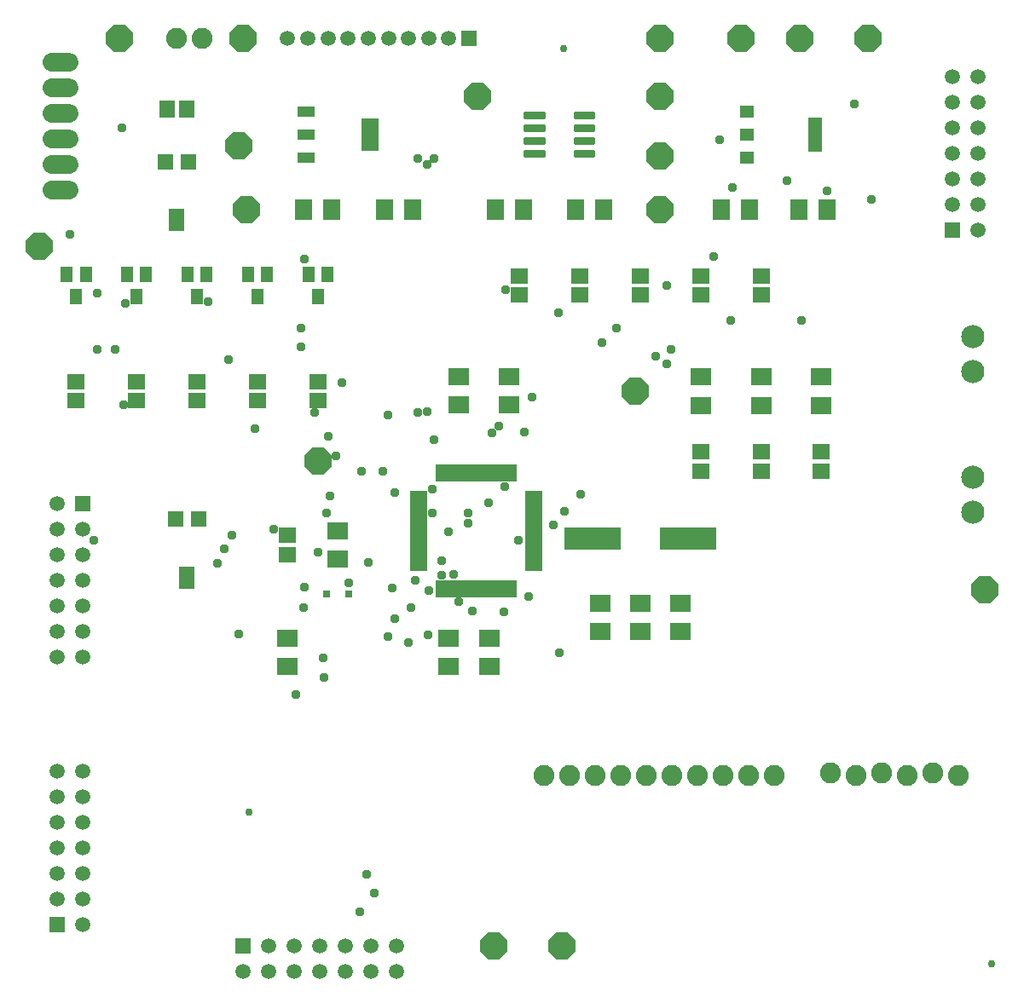
<source format=gbr>
G04 EAGLE Gerber RS-274X export*
G75*
%MOMM*%
%FSLAX34Y34*%
%LPD*%
%INSoldermask Top*%
%IPPOS*%
%AMOC8*
5,1,8,0,0,1.08239X$1,22.5*%
G01*
%ADD10C,0.753200*%
%ADD11P,2.969212X8X22.500000*%
%ADD12R,1.453200X1.153200*%
%ADD13R,1.453200X3.403200*%
%ADD14C,2.303200*%
%ADD15R,2.006200X1.803200*%
%ADD16R,1.511200X1.511200*%
%ADD17C,1.511200*%
%ADD18R,2.003200X1.803200*%
%ADD19R,1.803200X2.003200*%
%ADD20R,0.803200X0.803200*%
%ADD21C,2.082800*%
%ADD22R,1.678200X0.503200*%
%ADD23R,0.503200X1.678200*%
%ADD24C,1.879600*%
%ADD25R,1.803200X1.503200*%
%ADD26R,1.503200X1.803200*%
%ADD27R,1.203200X1.603200*%
%ADD28R,1.803400X1.041400*%
%ADD29R,1.803400X3.302000*%
%ADD30C,0.349006*%
%ADD31R,1.503200X1.503200*%
%ADD32R,1.604800X2.203200*%
%ADD33R,5.703200X2.203200*%
%ADD34C,0.959600*%


D10*
X969010Y40640D03*
X543560Y949960D03*
X231140Y191770D03*
D11*
X640000Y960000D03*
D12*
X726000Y887500D03*
X726000Y864500D03*
X726000Y841500D03*
D13*
X794000Y864500D03*
D14*
X950000Y524400D03*
X950000Y489400D03*
X950000Y664100D03*
X950000Y629100D03*
D11*
X640000Y790000D03*
X102600Y960000D03*
D15*
X800000Y595780D03*
X800000Y624220D03*
D16*
X41400Y79800D03*
D17*
X41400Y105200D03*
X41400Y130600D03*
X41400Y156000D03*
X41400Y181400D03*
X41400Y206800D03*
X41400Y232200D03*
X66800Y79800D03*
X66800Y105200D03*
X66800Y130600D03*
X66800Y156000D03*
X66800Y181400D03*
X66800Y206800D03*
X66800Y232200D03*
D18*
X270000Y364000D03*
X270000Y336000D03*
D19*
X805300Y790000D03*
X777300Y790000D03*
X700900Y790000D03*
X728900Y790000D03*
X366000Y790000D03*
X394000Y790000D03*
X286000Y790000D03*
X314000Y790000D03*
X476000Y790000D03*
X504000Y790000D03*
X584000Y790000D03*
X556000Y790000D03*
D18*
X660000Y399000D03*
X660000Y371000D03*
X620000Y399000D03*
X620000Y371000D03*
X580000Y399000D03*
X580000Y371000D03*
X490000Y596000D03*
X490000Y624000D03*
X440000Y596000D03*
X440000Y624000D03*
X430000Y364000D03*
X430000Y336000D03*
X470000Y364000D03*
X470000Y336000D03*
X320000Y471000D03*
X320000Y443000D03*
D20*
X331000Y408000D03*
X309000Y408000D03*
D21*
X936100Y228000D03*
X910700Y230540D03*
X885300Y228000D03*
X859900Y230540D03*
X834500Y228000D03*
X809100Y230540D03*
D16*
X225800Y58600D03*
D17*
X251200Y58600D03*
X276600Y58600D03*
X302000Y58600D03*
X327400Y58600D03*
X352800Y58600D03*
X378200Y58600D03*
X225800Y33200D03*
X251200Y33200D03*
X276600Y33200D03*
X302000Y33200D03*
X327400Y33200D03*
X352800Y33200D03*
X378200Y33200D03*
D11*
X474200Y58600D03*
X720000Y960000D03*
X615000Y610000D03*
X778800Y960000D03*
X962600Y412800D03*
X542500Y58600D03*
D15*
X740000Y595780D03*
X740000Y624220D03*
D22*
X399620Y508500D03*
X399620Y503500D03*
X399620Y498500D03*
X399620Y493500D03*
X399620Y488500D03*
X399620Y483500D03*
X399620Y478500D03*
X399620Y473500D03*
X399620Y468500D03*
X399620Y463500D03*
X399620Y458500D03*
X399620Y453500D03*
X399620Y448500D03*
X399620Y443500D03*
X399620Y438500D03*
X399620Y433500D03*
D23*
X419500Y413620D03*
X424500Y413620D03*
X429500Y413620D03*
X434500Y413620D03*
X439500Y413620D03*
X444500Y413620D03*
X449500Y413620D03*
X454500Y413620D03*
X459500Y413620D03*
X464500Y413620D03*
X469500Y413620D03*
X474500Y413620D03*
X479500Y413620D03*
X484500Y413620D03*
X489500Y413620D03*
X494500Y413620D03*
D22*
X514380Y433500D03*
X514380Y438500D03*
X514380Y443500D03*
X514380Y448500D03*
X514380Y453500D03*
X514380Y458500D03*
X514380Y463500D03*
X514380Y468500D03*
X514380Y473500D03*
X514380Y478500D03*
X514380Y483500D03*
X514380Y488500D03*
X514380Y493500D03*
X514380Y498500D03*
X514380Y503500D03*
X514380Y508500D03*
D23*
X494500Y528380D03*
X489500Y528380D03*
X484500Y528380D03*
X479500Y528380D03*
X474500Y528380D03*
X469500Y528380D03*
X464500Y528380D03*
X459500Y528380D03*
X454500Y528380D03*
X449500Y528380D03*
X444500Y528380D03*
X439500Y528380D03*
X434500Y528380D03*
X429500Y528380D03*
X424500Y528380D03*
X419500Y528380D03*
D24*
X52982Y809300D02*
X36218Y809300D01*
X36218Y834700D02*
X52982Y834700D01*
X52982Y860100D02*
X36218Y860100D01*
X36218Y885500D02*
X52982Y885500D01*
X52982Y910900D02*
X36218Y910900D01*
X36218Y936300D02*
X52982Y936300D01*
D21*
X160000Y960000D03*
X185400Y960000D03*
D16*
X66800Y498200D03*
D17*
X66800Y472800D03*
X66800Y447400D03*
X66800Y422000D03*
X66800Y396600D03*
X66800Y371200D03*
X66800Y345800D03*
X41400Y498200D03*
X41400Y472800D03*
X41400Y447400D03*
X41400Y422000D03*
X41400Y396600D03*
X41400Y371200D03*
X41400Y345800D03*
D16*
X930000Y769800D03*
D17*
X930000Y795200D03*
X930000Y820600D03*
X930000Y846000D03*
X930000Y871400D03*
X930000Y896800D03*
X930000Y922200D03*
X955400Y769800D03*
X955400Y795200D03*
X955400Y820600D03*
X955400Y846000D03*
X955400Y871400D03*
X955400Y896800D03*
X955400Y922200D03*
D21*
X752800Y228000D03*
X727400Y228000D03*
X702000Y228000D03*
X676600Y228000D03*
X651200Y228000D03*
X625800Y228000D03*
X600400Y228000D03*
X575000Y228000D03*
X549600Y228000D03*
X524200Y228000D03*
D11*
X221800Y853600D03*
X229000Y790000D03*
X640000Y902800D03*
X846000Y960000D03*
X640000Y843600D03*
X225500Y960000D03*
X300000Y540000D03*
X458500Y902800D03*
D25*
X270000Y447500D03*
X270000Y466500D03*
X680000Y530500D03*
X680000Y549500D03*
X740000Y530500D03*
X740000Y549500D03*
X500000Y705500D03*
X500000Y724500D03*
X300000Y600500D03*
X300000Y619500D03*
X560000Y705500D03*
X560000Y724500D03*
X240000Y600500D03*
X240000Y619500D03*
X620000Y705500D03*
X620000Y724500D03*
X180000Y600500D03*
X180000Y619500D03*
X680000Y705500D03*
X680000Y724500D03*
X120000Y600500D03*
X120000Y619500D03*
X740000Y705500D03*
X740000Y724500D03*
X60000Y600500D03*
X60000Y619500D03*
X800000Y530500D03*
X800000Y549500D03*
D26*
X150500Y890000D03*
X169500Y890000D03*
D15*
X680000Y595780D03*
X680000Y624220D03*
D27*
X300000Y704000D03*
X290500Y726000D03*
X309500Y726000D03*
X240000Y704000D03*
X230500Y726000D03*
X249500Y726000D03*
X180000Y704000D03*
X170500Y726000D03*
X189500Y726000D03*
X120000Y704000D03*
X110500Y726000D03*
X129500Y726000D03*
X60000Y704000D03*
X50500Y726000D03*
X69500Y726000D03*
D28*
X287996Y887614D03*
X287996Y864500D03*
X287996Y841386D03*
D29*
X352004Y864500D03*
D30*
X506129Y881329D02*
X524371Y881329D01*
X506129Y881329D02*
X506129Y885771D01*
X524371Y885771D01*
X524371Y881329D01*
X524371Y884644D02*
X506129Y884644D01*
X506129Y868629D02*
X524371Y868629D01*
X506129Y868629D02*
X506129Y873071D01*
X524371Y873071D01*
X524371Y868629D01*
X524371Y871944D02*
X506129Y871944D01*
X506129Y855929D02*
X524371Y855929D01*
X506129Y855929D02*
X506129Y860371D01*
X524371Y860371D01*
X524371Y855929D01*
X524371Y859244D02*
X506129Y859244D01*
X506129Y843229D02*
X524371Y843229D01*
X506129Y843229D02*
X506129Y847671D01*
X524371Y847671D01*
X524371Y843229D01*
X524371Y846544D02*
X506129Y846544D01*
X555629Y843229D02*
X573871Y843229D01*
X555629Y843229D02*
X555629Y847671D01*
X573871Y847671D01*
X573871Y843229D01*
X573871Y846544D02*
X555629Y846544D01*
X555629Y855929D02*
X573871Y855929D01*
X555629Y855929D02*
X555629Y860371D01*
X573871Y860371D01*
X573871Y855929D01*
X573871Y859244D02*
X555629Y859244D01*
X555629Y868629D02*
X573871Y868629D01*
X555629Y868629D02*
X555629Y873071D01*
X573871Y873071D01*
X573871Y868629D01*
X573871Y871944D02*
X555629Y871944D01*
X555629Y881329D02*
X573871Y881329D01*
X555629Y881329D02*
X555629Y885771D01*
X573871Y885771D01*
X573871Y881329D01*
X573871Y884644D02*
X555629Y884644D01*
D11*
X23400Y753600D03*
D31*
X158500Y482400D03*
D32*
X170000Y424615D03*
D31*
X181500Y482400D03*
X148500Y837400D03*
D32*
X160000Y779615D03*
D31*
X171500Y837400D03*
D33*
X572500Y463100D03*
X667500Y463100D03*
D16*
X450000Y960000D03*
D17*
X430000Y960000D03*
X410000Y960000D03*
X390000Y960000D03*
X370000Y960000D03*
X350000Y960000D03*
X330000Y960000D03*
X310000Y960000D03*
X290000Y960000D03*
X270000Y960000D03*
D34*
X77216Y461264D03*
X300000Y450000D03*
X350000Y440000D03*
X534000Y477000D03*
X540000Y350000D03*
X440000Y400860D03*
X390000Y360000D03*
X330200Y419608D03*
X410464Y412000D03*
X105664Y871474D03*
X423000Y426720D03*
X396900Y422000D03*
X374000Y414400D03*
X53528Y765528D03*
X343408Y530352D03*
X310040Y564736D03*
X509016Y405704D03*
X311912Y505968D03*
X409000Y368000D03*
X430000Y470000D03*
X453000Y391000D03*
X399288Y588264D03*
X399288Y841248D03*
X408432Y589280D03*
X408432Y835152D03*
X415544Y561848D03*
X415544Y841248D03*
X504792Y568960D03*
X692912Y743712D03*
X646176Y637032D03*
X485648Y515112D03*
X850000Y800000D03*
X780000Y680000D03*
X710000Y680000D03*
X513000Y603504D03*
X646552Y715104D03*
X479552Y575056D03*
X538640Y688000D03*
X711200Y811784D03*
X472440Y567944D03*
X486664Y710184D03*
X765688Y818896D03*
X364744Y530352D03*
X323944Y618536D03*
X635000Y644144D03*
X376080Y508856D03*
X283464Y653664D03*
X832640Y895096D03*
X191008Y699008D03*
X211008Y640936D03*
X414000Y512224D03*
X286512Y740664D03*
X650240Y651256D03*
X108712Y696976D03*
X98712Y650936D03*
X413512Y488696D03*
X283464Y672592D03*
X582168Y658368D03*
X369824Y586232D03*
X81120Y706976D03*
X81120Y650936D03*
X308864Y488696D03*
X237744Y572864D03*
X596392Y672592D03*
X699168Y859536D03*
X561304Y507304D03*
X544512Y490352D03*
X296672Y588264D03*
X106680Y596392D03*
X805688Y808736D03*
X392176Y395000D03*
X286000Y395000D03*
X286192Y414848D03*
X422656Y441470D03*
X318008Y545592D03*
X484632Y390304D03*
X278384Y308008D03*
X369824Y365760D03*
X305496Y345120D03*
X434848Y428000D03*
X375920Y384048D03*
X221488Y368808D03*
X499000Y461800D03*
X469392Y498856D03*
X449072Y488696D03*
X449072Y478950D03*
X305656Y325120D03*
X214376Y466344D03*
X207264Y453136D03*
X200152Y438912D03*
X256032Y472440D03*
X341376Y92136D03*
X348488Y130048D03*
X355600Y111280D03*
M02*

</source>
